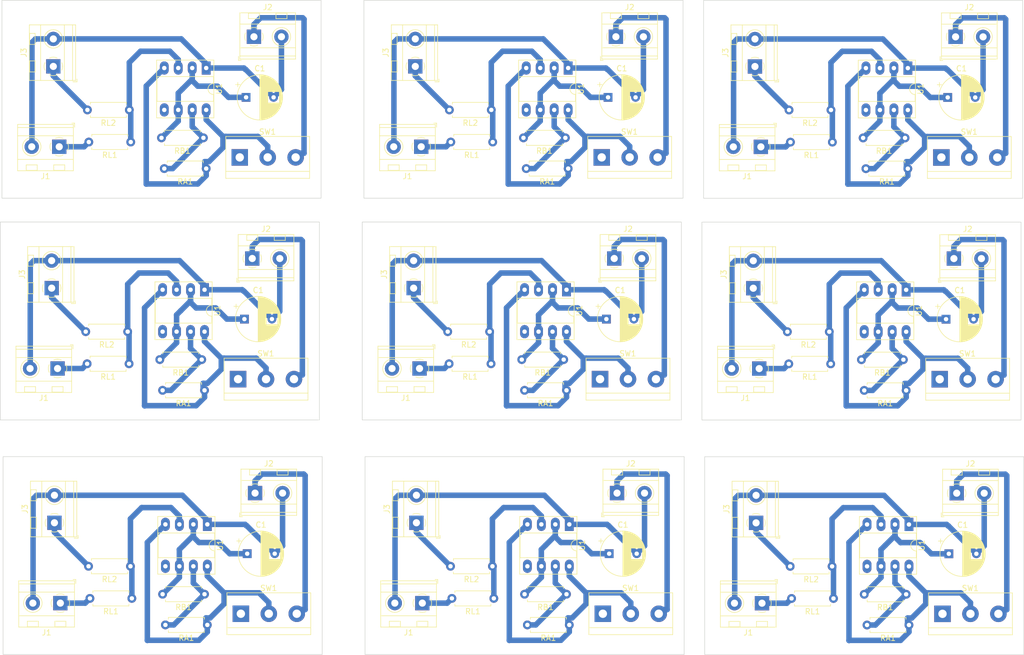
<source format=kicad_pcb>
(kicad_pcb (version 20240108) (generator "pcbnew") (generator_version "8.0")
  (layers (0 "F.Cu" signal) (31 "B.Cu" signal) (34 "B.Paste" user) (35 "F.Paste" user) (36 "B.SilkS" user "B.Silkscreen") (37 "F.SilkS" user "F.Silkscreen") (38 "B.Mask" user) (39 "F.Mask" user) (44 "Edge.Cuts" user))
  (net 0 "")
  (net 1 "GND")
  (net 2 "PATTE6")
  (net 3 "Net-(J1-Pin_1)")
  (net 4 "Net-(J2-Pin_1)")
  (net 5 "Net-(J3-Pin_1)")
  (net 6 "VCC")
  (net 7 "Net-(U1-DIS)")
  (net 8 "Net-(U1-Q)")
  (footprint "TerminalBlock:TerminalBlock_bornier-3_P5.08mm" (layer "F.Cu") (at 220.736 52.594)
    (property "Reference" "SW1")
    (property "Value" "SW_SWITCH")
  )
  (footprint "Resistor_THT:R_Axial_DIN0207_L6.3mm_D2.5mm_P7.62mm_Horizontal" (layer "F.Cu") (at 200.874 126.96 180)
    (property "Reference" "RL2")
    (property "Value" "R")
  )
  (footprint "TerminalBlock_MetzConnect:TerminalBlock_MetzConnect_Type094_RT03502HBLU_1x02_P5.00mm_Horizontal" (layer "F.Cu") (at 124.819 76.358 90)
    (property "Reference" "J3")
    (property "Value" "OUT_LED1")
  )
  (footprint "TerminalBlock_MetzConnect:TerminalBlock_MetzConnect_Type094_RT03502HBLU_1x02_P5.00mm_Horizontal" (layer "F.Cu") (at 187.93 50.661 180)
    (property "Reference" "J1")
    (property "Value" "OUT_LED2")
  )
  (footprint "Resistor_THT:R_Axial_DIN0207_L6.3mm_D2.5mm_P7.62mm_Horizontal" (layer "F.Cu") (at 200.366 84.288 180)
    (property "Reference" "RL2")
    (property "Value" "R")
  )
  (footprint "Resistor_THT:R_Axial_DIN0207_L6.3mm_D2.5mm_P7.62mm_Horizontal" (layer "F.Cu") (at 214.336 94.956 180)
    (property "Reference" "RA1")
    (property "Value" "10k")
  )
  (footprint "Resistor_THT:R_Axial_DIN0207_L6.3mm_D2.5mm_P7.62mm_Horizontal" (layer "F.Cu") (at 213.828 89.368 180)
    (property "Reference" "RB1")
    (property "Value" "2k")
  )
  (footprint "Capacitor_THT:CP_Radial_D8.0mm_P5.00mm" (layer "F.Cu") (at 221.585349 82.002)
    (property "Reference" "C1")
    (property "Value" "C_Polarized")
  )
  (footprint "Resistor_THT:R_Axial_DIN0207_L6.3mm_D2.5mm_P7.62mm_Horizontal" (layer "F.Cu") (at 73.152 43.942 180)
    (property "Reference" "RL2")
    (property "Value" "R")
  )
  (footprint "Package_DIP:DIP-8_W7.62mm_Socket_LongPads" (layer "F.Cu") (at 86.818 76.652 -90)
    (property "Reference" "U1")
    (property "Value" "LM555xM")
  )
  (footprint "Resistor_THT:R_Axial_DIN0207_L6.3mm_D2.5mm_P7.62mm_Horizontal" (layer "F.Cu") (at 138.938 43.942 180)
    (property "Reference" "RL2")
    (property "Value" "R")
  )
  (footprint "Capacitor_THT:CP_Radial_D8.0mm_P5.00mm" (layer "F.Cu") (at 94.575349 124.658)
    (property "Reference" "C1")
    (property "Value" "C_Polarized")
  )
  (footprint "Capacitor_THT:CP_Radial_D8.0mm_P5.00mm" (layer "F.Cu") (at 94.067349 81.986)
    (property "Reference" "C1")
    (property "Value" "C_Polarized")
  )
  (footprint "TerminalBlock_MetzConnect:TerminalBlock_MetzConnect_Type094_RT03502HBLU_1x02_P5.00mm_Horizontal" (layer "F.Cu") (at 126.198 50.645 180)
    (property "Reference" "J1")
    (property "Value" "OUT_LED2")
  )
  (footprint "Package_DIP:DIP-8_W7.62mm_Socket_LongPads" (layer "F.Cu") (at 214.336 76.668 -90)
    (property "Reference" "U1")
    (property "Value" "LM555xM")
  )
  (footprint "Resistor_THT:R_Axial_DIN0207_L6.3mm_D2.5mm_P7.62mm_Horizontal" (layer "F.Cu") (at 214.844 137.628 180)
    (property "Reference" "RA1")
    (property "Value" "10k")
  )
  (footprint "Resistor_THT:R_Axial_DIN0207_L6.3mm_D2.5mm_P7.62mm_Horizontal" (layer "F.Cu") (at 152.096 89.352 180)
    (property "Reference" "RB1")
    (property "Value" "2k")
  )
  (footprint "TerminalBlock_MetzConnect:TerminalBlock_MetzConnect_Type094_RT03502HBLU_1x02_P5.00mm_Horizontal" (layer "F.Cu") (at 95.798 30.635)
    (property "Reference" "J2")
    (property "Value" "SOURCE")
  )
  (footprint "TerminalBlock_MetzConnect:TerminalBlock_MetzConnect_Type094_RT03502HBLU_1x02_P5.00mm_Horizontal" (layer "F.Cu") (at 161.788 113.637)
    (property "Reference" "J2")
    (property "Value" "SOURCE")
  )
  (footprint "Capacitor_THT:CP_Radial_D8.0mm_P5.00mm" (layer "F.Cu") (at 160.157349 41.656)
    (property "Reference" "C1")
    (property "Value" "C_Polarized")
  )
  (footprint "Resistor_THT:R_Axial_DIN0207_L6.3mm_D2.5mm_P7.62mm_Horizontal" (layer "F.Cu") (at 214.64 54.626 180)
    (property "Reference" "RA1")
    (property "Value" "10k")
  )
  (footprint "Package_DIP:DIP-8_W7.62mm_Socket_LongPads" (layer "F.Cu") (at 152.908 36.322 -90)
    (property "Reference" "U1")
    (property "Value" "LM555xM")
  )
  (footprint "TerminalBlock_MetzConnect:TerminalBlock_MetzConnect_Type094_RT03502HBLU_1x02_P5.00mm_Horizontal" (layer "F.Cu") (at 95.494 70.965)
    (property "Reference" "J2")
    (property "Value" "SOURCE")
  )
  (footprint "Resistor_THT:R_Axial_DIN0207_L6.3mm_D2.5mm_P7.62mm_Horizontal" (layer "F.Cu") (at 152.4 49.022 180)
    (property "Reference" "RB1")
    (property "Value" "2k")
  )
  (footprint "TerminalBlock_MetzConnect:TerminalBlock_MetzConnect_Type094_RT03502HBLU_1x02_P5.00mm_Horizontal" (layer "F.Cu") (at 59.337 36.028 90)
    (property "Reference" "J3")
    (property "Value" "OUT_LED1")
  )
  (footprint "Package_DIP:DIP-8_W7.62mm_Socket_LongPads" (layer "F.Cu") (at 87.326 119.324 -90)
    (property "Reference" "U1")
    (property "Value" "LM555xM")
  )
  (footprint "Resistor_THT:R_Axial_DIN0207_L6.3mm_D2.5mm_P7.62mm_Horizontal" (layer "F.Cu") (at 139.192 49.784 180)
    (property "Reference" "RL1")
    (property "Value" "R")
  )
  (footprint "Resistor_THT:R_Axial_DIN0207_L6.3mm_D2.5mm_P7.62mm_Horizontal" (layer "F.Cu") (at 139.142 126.944 180)
    (property "Reference" "RL2")
    (property "Value" "R")
  )
  (footprint "Resistor_THT:R_Axial_DIN0207_L6.3mm_D2.5mm_P7.62mm_Horizontal" (layer "F.Cu") (at 87.122 54.61 180)
    (property "Reference" "RA1")
    (property "Value" "10k")
  )
  (footprint "TerminalBlock_MetzConnect:TerminalBlock_MetzConnect_Type094_RT03502HBLU_1x02_P5.00mm_Horizontal" (layer "F.Cu") (at 60.616 133.647 180)
    (property "Reference" "J1")
    (property "Value" "OUT_LED2")
  )
  (footprint "Resistor_THT:R_Axial_DIN0207_L6.3mm_D2.5mm_P7.62mm_Horizontal" (layer "F.Cu") (at 201.128 132.802 180)
    (property "Reference" "RL1")
    (property "Value" "R")
  )
  (footprint "TerminalBlock_MetzConnect:TerminalBlock_MetzConnect_Type094_RT03502HBLU_1x02_P5.00mm_Horizontal" (layer "F.Cu") (at 186.855 36.044 90)
    (property "Reference" "J3")
    (property "Value" "OUT_LED1")
  )
  (footprint "Resistor_THT:R_Axial_DIN0207_L6.3mm_D2.5mm_P7.62mm_Horizontal" (layer "F.Cu") (at 73.406 49.784 180)
    (property "Reference" "RL1")
    (property "Value" "R")
  )
  (footprint "TerminalBlock_MetzConnect:TerminalBlock_MetzConnect_Type094_RT03502HBLU_1x02_P5.00mm_Horizontal" (layer "F.Cu") (at 187.059 119.046 90)
    (property "Reference" "J3")
    (property "Value" "OUT_LED1")
  )
  (footprint "TerminalBlock:TerminalBlock_bornier-3_P5.08mm" (layer "F.Cu") (at 93.422 135.58)
    (property "Reference" "SW1")
    (property "Value" "SW_SWITCH")
  )
  (footprint "TerminalBlock_MetzConnect:TerminalBlock_MetzConnect_Type094_RT03502HBLU_1x02_P5.00mm_Horizontal" (layer "F.Cu") (at 60.412 50.645 180)
    (property "Reference" "J1")
    (property "Value" "OUT_LED2")
  )
  (footprint "TerminalBlock_MetzConnect:TerminalBlock_MetzConnect_Type094_RT03502HBLU_1x02_P5.00mm_Horizontal" (layer "F.Cu") (at 125.327 119.03 90)
    (property "Reference" "J3")
    (property "Value" "OUT_LED1")
  )
  (footprint "Resistor_THT:R_Axial_DIN0207_L6.3mm_D2.5mm_P7.62mm_Horizontal" (layer "F.Cu") (at 214.336 132.04 180)
    (property "Reference" "RB1")
    (property "Value" "2k")
  )
  (footprint "TerminalBlock:TerminalBlock_bornier-3_P5.08mm" (layer "F.Cu") (at 220.94 135.596)
    (property "Reference" "SW1")
    (property "Value" "SW_SWITCH")
  )
  (footprint "Resistor_THT:R_Axial_DIN0207_L6.3mm_D2.5mm_P7.62mm_Horizontal" (layer "F.Cu") (at 200.67 43.958 180)
    (property "Reference" "RL2")
    (property "Value" "R")
  )
  (footprint "Capacitor_THT:CP_Radial_D8.0mm_P5.00mm" (layer "F.Cu") (at 159.853349 81.986)
    (property "Reference" "C1")
    (property "Value" "C_Polarized")
  )
  (footprint "Package_DIP:DIP-8_W7.62mm_Socket_LongPads" (layer "F.Cu") (at 87.122 36.322 -90)
    (property "Reference" "U1")
    (property "Value" "LM555xM")
  )
  (footprint "Resistor_THT:R_Axial_DIN0207_L6.3mm_D2.5mm_P7.62mm_Horizontal" (layer "F.Cu") (at 87.326 137.612 180)
    (property "Reference" "RA1")
    (property "Value" "10k")
  )
  (footprint "Resistor_THT:R_Axial_DIN0207_L6.3mm_D2.5mm_P7.62mm_Horizontal" (layer "F.Cu") (at 138.888 90.114 180)
    (property "Reference" "RL1")
    (property "Value" "R")
  )
  (footprint "TerminalBlock:TerminalBlock_bornier-3_P5.08mm" (layer "F.Cu") (at 159.208 135.58)
    (property "Reference" "SW1")
    (property "Value" "SW_SWITCH")
  )
  (footprint "Package_DIP:DIP-8_W7.62mm_Socket_LongPads" (layer "F.Cu") (at 153.112 119.324 -90)
    (property "Reference" "U1")
    (property "Value" "LM555xM")
  )
  (footprint "Resistor_THT:R_Axial_DIN0207_L6.3mm_D2.5mm_P7.62mm_Horizontal" (layer "F.Cu") (at 86.818 94.94 180)
    (property "Reference" "RA1")
    (property "Value" "10k")
  )
  (footprint "Resistor_THT:R_Axial_DIN0207_L6.3mm_D2.5mm_P7.62mm_Horizontal" (layer "F.Cu") (at 139.396 132.786 180)
    (property "Reference" "RL1")
    (property "Value" "R")
  )
  (footprint "Capacitor_THT:CP_Radial_D8.0mm_P5.00mm" (layer "F.Cu") (at 222.093349 124.674)
    (property "Reference" "C1")
    (property "Value" "C_Polarized")
  )
  (footprint "TerminalBlock_MetzConnect:TerminalBlock_MetzConnect_Type094_RT03502HBLU_1x02_P5.00mm_Horizontal" (layer "F.Cu") (at 60.108 90.975 180)
    (property "Reference" "J1")
    (property "Value" "OUT_LED2")
  )
  (footprint "Resistor_THT:R_Axial_DIN0207_L6.3mm_D2.5mm_P7.62mm_Horizontal" (layer "F.Cu") (at 73.61 132.786 180)
    (property "Reference" "RL1")
    (property "Value" "R")
  )
  (footprint "TerminalBlock_MetzConnect:TerminalBlock_MetzConnect_Type094_RT03502HBLU_1x02_P5.00mm_Horizontal" (layer "F.Cu") (at 188.134 133.663 180)
    (property "Reference" "J1")
    (property "Value" "OUT_LED2")
  )
  (footprint "TerminalBlock:TerminalBlock_bornier-3_P5.08mm" (layer "F.Cu") (at 159.004 52.578)
    (property "Reference" "SW1")
    (property "Value" "SW_SWITCH")
  )
  (footprint "TerminalBlock_MetzConnect:TerminalBlock_MetzConnect_Type094_RT03502HBLU_1x02_P5.00mm_Horizontal" (layer "F.Cu") (at 125.894 90.975 180)
    (property "Reference" "J1")
    (property "Value" "OUT_LED2")
  )
  (footprint "Resistor_THT:R_Axial_DIN0207_L6.3mm_D2.5mm_P7.62mm_Horizontal" (layer "F.Cu") (at 153.112 137.612 180)
    (property "Reference" "RA1")
    (property "Value" "10k")
  )
  (footprint "Resistor_THT:R_Axial_DIN0207_L6.3mm_D2.5mm_P7.62mm_Horizontal" (layer "F.Cu") (at 200.62 90.13 180)
    (property "Reference" "RL1")
    (property "Value" "R")
  )
  (footprint "TerminalBlock:TerminalBlock_bornier-3_P5.08mm" (layer "F.Cu") (at 220.432 92.924)
    (property "Reference" "SW1")
    (property "Value" "SW_SWITCH")
  )
  (footprint "Resistor_THT:R_Axial_DIN0207_L6.3mm_D2.5mm_P7.62mm_Horizontal" (layer "F.Cu") (at 86.818 132.024 180)
    (property "Reference" "RB1")
    (property "Value" "2k")
  )
  (footprint "Resistor_THT:R_Axial_DIN0207_L6.3mm_D2.5mm_P7.62mm_Horizontal" (layer "F.Cu") (at 73.356 126.944 180)
    (property "Reference" "RL2")
    (property "Value" "R")
  )
  (footprint "Resistor_THT:R_Axial_DIN0207_L6.3mm_D2.5mm_P7.62mm_Horizontal" (layer "F.Cu") (at 72.848 84.272 180)
    (property "Reference" "RL2")
    (property "Value" "R")
  )
  (footprint "TerminalBlock:TerminalBlock_bornier-3_P5.08mm" (layer "F.Cu") (at 92.914 92.908)
    (property "Reference" "SW1")
    (property "Value" "SW_SWITCH")
  )
  (footprint "TerminalBlock_MetzConnect:TerminalBlock_MetzConnect_Type094_RT03502HBLU_1x02_P5.00mm_Horizontal" (layer "F.Cu") (at 96.002 113.637)
    (property "Reference" "J2")
    (property "Value" "SOURCE")
  )
  (footprint "Package_DIP:DIP-8_W7.62mm_Socket_LongPads" (layer "F.Cu") (at 214.844 119.34 -90)
    (property "Reference" "U1")
    (property "Value" "LM555xM")
  )
  (footprint "Resistor_THT:R_Axial_DIN0207_L6.3mm_D2.5mm_P7.62mm_Horizontal" (layer "F.Cu") (at 152.908 54.61 180)
    (property "Reference" "RA1")
    (property "Value" "10k")
  )
  (footprint "Resistor_THT:R_Axial_DIN0207_L6.3mm_D2.5mm_P7.62mm_Horizontal" (layer "F.Cu") (at 86.614 49.022 180)
    (property "Reference" "RB1")
    (property "Value" "2k")
  )
  (footprint "Resistor_THT:R_Axial_DIN0207_L6.3mm_D2.5mm_P7.62mm_Horizontal" (layer "F.Cu") (at 152.604 132.024 180)
    (property "Reference" "RB1")
    (property "Value" "2k")
  )
  (footprint "TerminalBlock_MetzConnect:TerminalBlock_MetzConnect_Type094_RT03502HBLU_1x02_P5.00mm_Horizontal" (layer "F.Cu") (at 161.28 70.965)
    (property "Reference" "J2")
    (property "Value" "SOURCE")
  )
  (footprint "TerminalBlock:TerminalBlock_bornier-3_P5.08mm" (layer "F.Cu") (at 93.218 52.578)
    (property "Reference" "SW1")
    (property "Value" "SW_SWITCH")
  )
  (footprint "Capacitor_THT:CP_Radial_D8.0mm_P5.00mm" (layer "F.Cu") (at 221.889349 41.672)
    (property "Reference" "C1")
    (property "Value" "C_Polarized")
  )
  (footprint "Resistor_THT:R_Axial_DIN0207_L6.3mm_D2.5mm_P7.62mm_Horizontal" (layer "F.Cu") (at 73.102 90.114 180)
    (property "Reference" "RL1")
    (property "Value" "R")
  )
  (footprint "TerminalBlock_MetzConnect:TerminalBlock_MetzConnect_Type094_RT03502HBLU_1x02_P5.00mm_Horizontal" (layer "F.Cu") (at 223.316 30.651)
    (property "Reference" "J2")
    (property "Value" "SOURCE")
  )
  (footprint "Resistor_THT:R_Axial_DIN0207_L6.3mm_D2.5mm_P7.62mm_Horizontal" (layer "F.Cu") (at 86.31 89.352 180)
    (property "Reference" "RB1")
    (property "Value" "2k")
  )
  (footprint "Package_DIP:DIP-8_W7.62mm_Socket_LongPads" (layer "F.Cu") (at 214.64 36.338 -90)
    (property "Reference" "U1")
    (property "Value" "LM555xM")
  )
  (footprint "TerminalBlock_MetzConnect:TerminalBlock_MetzConnect_Type094_RT03502HBLU_1x02_P5.00mm_Horizontal" (layer "F.Cu") (at 187.626 90.991 180)
    (property "Reference" "J1")
    (property "Value" "OUT_LED2")
  )
  (footprint "TerminalBlock_MetzConnect:TerminalBlock_MetzConnect_Type094_RT03502HBLU_1x02_P5.00mm_Horizontal" (layer "F.Cu") (at 223.52 113.653)
    (property "Reference" "J2")
    (property "Value" "SOURCE")
  )
  (footprint "TerminalBlock_MetzConnect:TerminalBlock_MetzConnect_Type094_RT03502HBLU_1x02_P5.00mm_Horizontal" (layer "F.Cu") (at 125.123 36.028 90)
    (property "Reference" "J3")
    (property "Value" "OUT_LED1")
  )
  (footprint "Resistor_THT:R_Axial_DIN0207_L6.3mm_D2.5mm_P7.62mm_Horizontal" (layer "F.Cu") (at 152.604 94.94 180)
    (property "Reference" "RA1")
    (property "Value" "10k")
  )
  (footprint "TerminalBlock_MetzConnect:TerminalBlock_MetzConnect_Type094_RT03502HBLU_1x02_P5.00mm_Horizontal" (layer "F.Cu") (at 223.012 70.981)
    (property "Reference" "J2")
    (property "Value" "SOURCE")
  )
  (footprint "TerminalBlock_MetzConnect:TerminalBlock_MetzConnect_Type094_RT03502HBLU_1x02_P5.00mm_Horizontal" (layer "F.Cu") (at 126.402 133.647 180)
    (property "Reference" "J1")
    (property "Value" "OUT_LED2")
  )
  (footprint "Resistor_THT:R_Axial_DIN0207_L6.3mm_D2.5mm_P7.62mm_Horizontal" (layer "F.Cu") (at 200.924 49.8 180)
    (property "Reference" "RL1")
    (property "Value" "R")
  )
  (footprint "Capacitor_THT:CP_Radial_D8.0mm_P5.00mm" (layer "F.Cu") (at 94.371349 41.656)
    (property "Reference" "C1")
    (property "Value" "C_Polarized")
  )
  (footprint "Resistor_THT:R_Axial_DIN0207_L6.3mm_D2.5mm_P7.62mm_Horizontal" (layer "F.Cu") (at 138.634 84.272 180)
    (property "Reference" "RL2")
    (property "Value" "R")
  )
  (footprint "TerminalBlock:TerminalBlock_bornier-3_P5.08mm" (layer "F.Cu") (at 158.7 92.908)
    (property "Reference" "SW1")
    (property "Value" "SW_SWITCH")
  )
  (footprint "TerminalBlock_MetzConnect:TerminalBlock_MetzConnect_Type094_RT03502HBLU_1x02_P5.00mm_Horizontal" (layer "F.Cu") (at 59.541 119.03 90)
    (property "Reference" "J3")
    (property "Value" "OUT_LED1")
  )
  (footprint "Package_DIP:DIP-8_W7.62mm_Socket_LongPads" (layer "F.Cu") (at 152.604 76.652 -90)
    (property "Reference" "U1")
    (property "Value" "LM555xM")
  )
  (footprint "TerminalBlock_MetzConnect:TerminalBlock_MetzConnect_Type094_RT03502HBLU_1x02_P5.00mm_Horizontal" (layer "F.Cu") (at 59.033 76.358 90)
    (property "Reference" "J3")
    (property "Value" "OUT_LED1")
  )
  (footprint "TerminalBlock_MetzConnect:TerminalBlock_MetzConnect_Type094_RT03502HBLU_1x02_P5.00mm_Horizontal" (layer "F.Cu") (at 161.584 30.635)
    (property "Reference" "J2")
    (property "Value" "SOURCE")
  )
  (footprint "Resistor_THT:R_Axial_DIN0207_L6.3mm_D2.5mm_P7.62mm_Horizontal" (layer "F.Cu") (at 214.132 49.038 180)
    (property "Reference" "RB1")
    (property "Value" "2k")
  )
  (footprint "Capacitor_THT:CP_Radial_D8.0mm_P5.00mm" (layer "F.Cu") (at 160.361349 124.658)
    (property "Reference" "C1")
    (property "Value" "C_Polarized")
  )
  (footprint "TerminalBlock_MetzConnect:TerminalBlock_MetzConnect_Type094_RT03502HBLU_1x02_P5.00mm_Horizontal" (layer "F.Cu") (at 186.551 76.374 90)
    (property "Reference" "J3")
    (property "Value" "OUT_LED1")
  )
  (gr_rect (start 115.786 24) (end 173.786 60) (stroke (width 0.1)) (fill none) (layer "Edge.Cuts"))
  (gr_rect (start 177.518 24.016) (end 235.518 60.016) (stroke (width 0.1)) (fill none) (layer "Edge.Cuts"))
  (gr_rect (start 177.722 107.018) (end 235.722 143.018) (stroke (width 0.1)) (fill none) (layer "Edge.Cuts"))
  (gr_rect (start 115.99 107.002) (end 173.99 143.002) (stroke (width 0.1)) (fill none) (layer "Edge.Cuts"))
  (gr_rect (start 177.214 64.346) (end 235.214 100.346) (stroke (width 0.1)) (fill none) (layer "Edge.Cuts"))
  (gr_rect (start 50 24) (end 108 60) (stroke (width 0.1)) (fill none) (layer "Edge.Cuts"))
  (gr_rect (start 50.204 107.002) (end 108.204 143.002) (stroke (width 0.1)) (fill none) (layer "Edge.Cuts"))
  (gr_rect (start 49.696 64.33) (end 107.696 100.33) (stroke (width 0.1)) (fill none) (layer "Edge.Cuts"))
  (gr_rect (start 115.482 64.33) (end 173.482 100.33) (stroke (width 0.1)) (fill none) (layer "Edge.Cuts"))
  (segment (start 166.788 123.231349) (end 165.361349 124.658) (width 1) (layer "B.Cu") (net 1))
  (segment (start 159.462 76.652) (end 152.604 76.652) (width 1) (layer "B.Cu") (net 1))
  (segment (start 124.819 71.358) (end 121.576 71.358) (width 1) (layer "B.Cu") (net 1))
  (segment (start 148.58 114.03) (end 153.112 118.562) (width 1) (layer "B.Cu") (net 1))
  (segment (start 182.666 72.016) (end 182.666 91.4) (width 1) (layer "B.Cu") (net 1))
  (segment (start 59.541 114.03) (end 56.298 114.03) (width 1) (layer "B.Cu") (net 1))
  (segment (start 82.59 31.028) (end 87.122 35.56) (width 1) (layer "B.Cu") (net 1))
  (segment (start 55.148 72) (end 55.148 91.384) (width 1) (layer "B.Cu") (net 1))
  (segment (start 59.337 31.028) (end 56.094 31.028) (width 1) (layer "B.Cu") (net 1))
  (segment (start 94.438 119.578) (end 94.184 119.324) (width 1) (layer "B.Cu") (net 1))
  (segment (start 100.494 80.559349) (end 99.067349 81.986) (width 1) (layer "B.Cu") (net 1))
  (segment (start 87.326 118.562) (end 87.326 119.324) (width 1) (layer "B.Cu") (net 1))
  (segment (start 100.494 70.965) (end 100.494 80.559349) (width 1) (layer "B.Cu") (net 1))
  (segment (start 186.855 31.044) (end 183.612 31.044) (width 1) (layer "B.Cu") (net 1))
  (segment (start 214.336 75.906) (end 214.336 76.668) (width 1) (layer "B.Cu") (net 1))
  (segment (start 94.495349 119.578) (end 94.438 119.578) (width 1) (layer "B.Cu") (net 1))
  (segment (start 148.072 71.358) (end 152.604 75.89) (width 1) (layer "B.Cu") (net 1))
  (segment (start 93.93 76.906) (end 93.676 76.652) (width 1) (layer "B.Cu") (net 1))
  (segment (start 222.013349 119.594) (end 221.956 119.594) (width 1) (layer "B.Cu") (net 1))
  (segment (start 186.855 31.044) (end 210.108 31.044) (width 1) (layer "B.Cu") (net 1))
  (segment (start 99.067349 81.986) (end 93.987349 76.906) (width 1) (layer "B.Cu") (net 1))
  (segment (start 210.312 114.046) (end 214.844 118.578) (width 1) (layer "B.Cu") (net 1))
  (segment (start 183.816 114.046) (end 183.174 114.688) (width 1) (layer "B.Cu") (net 1))
  (segment (start 228.316 30.651) (end 228.316 40.245349) (width 1) (layer "B.Cu") (net 1))
  (segment (start 93.676 76.652) (end 86.818 76.652) (width 1) (layer "B.Cu") (net 1))
  (segment (start 59.033 71.358) (end 82.286 71.358) (width 1) (layer "B.Cu") (net 1))
  (segment (start 221.194 76.668) (end 214.336 76.668) (width 1) (layer "B.Cu") (net 1))
  (segment (start 125.327 114.03) (end 148.58 114.03) (width 1) (layer "B.Cu") (net 1))
  (segment (start 56.298 114.03) (end 55.656 114.672) (width 1) (layer "B.Cu") (net 1))
  (segment (start 100.798 40.229349) (end 99.371349 41.656) (width 1) (layer "B.Cu") (net 1))
  (segment (start 221.448 76.922) (end 221.194 76.668) (width 1) (layer "B.Cu") (net 1))
  (segment (start 99.575349 124.658) (end 94.495349 119.578) (width 1) (layer "B.Cu") (net 1))
  (segment (start 94.184 119.324) (end 87.326 119.324) (width 1) (layer "B.Cu") (net 1))
  (segment (start 87.122 35.56) (end 87.122 36.322) (width 1) (layer "B.Cu") (net 1))
  (segment (start 59.337 31.028) (end 82.59 31.028) (width 1) (layer "B.Cu") (net 1))
  (segment (start 120.934 72) (end 120.934 91.384) (width 1) (layer "B.Cu") (net 1))
  (segment (start 159.766 36.322) (end 152.908 36.322) (width 1) (layer "B.Cu") (net 1))
  (segment (start 82.794 114.03) (end 87.326 118.562) (width 1) (layer "B.Cu") (net 1))
  (segment (start 221.956 119.594) (end 221.702 119.34) (width 1) (layer "B.Cu") (net 1))
  (segment (start 159.773349 76.906) (end 159.716 76.906) (width 1) (layer "B.Cu") (net 1))
  (segment (start 228.52 123.247349) (end 227.093349 124.674) (width 1) (layer "B.Cu") (net 1))
  (segment (start 166.28 70.965) (end 166.28 80.559349) (width 1) (layer "B.Cu") (net 1))
  (segment (start 228.52 113.653) (end 228.52 123.247349) (width 1) (layer "B.Cu") (net 1))
  (segment (start 226.585349 82.002) (end 221.505349 76.922) (width 1) (layer "B.Cu") (net 1))
  (segment (start 186.551 71.374) (end 183.308 71.374) (width 1) (layer "B.Cu") (net 1))
  (segment (start 121.88 31.028) (end 121.238 31.67) (width 1) (layer "B.Cu") (net 1))
  (segment (start 121.576 71.358) (end 120.934 72) (width 1) (layer "B.Cu") (net 1))
  (segment (start 101.002 113.637) (end 101.002 123.231349) (width 1) (layer "B.Cu") (net 1))
  (segment (start 165.361349 124.658) (end 160.281349 119.578) (width 1) (layer "B.Cu") (net 1))
  (segment (start 86.818 75.89) (end 86.818 76.652) (width 1) (layer "B.Cu") (net 1))
  (segment (start 159.716 76.906) (end 159.462 76.652) (width 1) (layer "B.Cu") (net 1))
  (segment (start 183.308 71.374) (end 182.666 72.016) (width 1) (layer "B.Cu") (net 1))
  (segment (start 221.498 36.338) (end 214.64 36.338) (width 1) (layer "B.Cu") (net 1))
  (segment (start 166.584 40.229349) (end 165.157349 41.656) (width 1) (layer "B.Cu") (net 1))
  (segment (start 56.094 31.028) (end 55.452 31.67) (width 1) (layer "B.Cu") (net 1))
  (segment (start 125.123 31.028) (end 121.88 31.028) (width 1) (layer "B.Cu") (net 1))
  (segment (start 186.551 71.374) (end 209.804 71.374) (width 1) (layer "B.Cu") (net 1))
  (segment (start 164.853349 81.986) (end 159.773349 76.906) (width 1) (layer "B.Cu") (net 1))
  (segment (start 99.371349 41.656) (end 94.291349 36.576) (width 1) (layer "B.Cu") (net 1))
  (segment (start 183.612 31.044) (end 182.97 31.686) (width 1) (layer "B.Cu") (net 1))
  (segment (start 228.316 40.245349) (end 226.889349 41.672) (width 1) (layer "B.Cu") (net 1))
  (segment (start 221.752 36.592) (end 221.498 36.338) (width 1) (layer "B.Cu") (net 1))
  (segment (start 59.033 71.358) (end 55.79 71.358) (width 1) (layer "B.Cu") (net 1))
  (segment (start 59.541 114.03) (end 82.794 114.03) (width 1) (layer "B.Cu") (net 1))
  (segment (start 227.093349 124.674) (end 222.013349 119.594) (width 1) (layer "B.Cu") (net 1))
  (segment (start 160.077349 36.576) (end 160.02 36.576) (width 1) (layer "B.Cu") (net 1))
  (segment (start 166.584 30.635) (end 166.584 40.229349) (width 1) (layer "B.Cu") (net 1))
  (segment (start 166.28 80.559349) (end 164.853349 81.986) (width 1) (layer "B.Cu") (net 1))
  (segment (start 125.123 31.028) (end 148.376 31.028) (width 1) (layer "B.Cu") (net 1))
  (segment (start 55.79 71.358) (end 55.148 72) (width 1) (layer "B.Cu") (net 1))
  (segment (start 121.238 31.67) (end 121.238 51.054) (width 1) (layer "B.Cu") (net 1))
  (segment (start 55.656 114.672) (end 55.656 134.056) (width 1) (layer "B.Cu") (net 1))
  (segment (start 152.908 35.56) (end 152.908 36.322) (width 1) (layer "B.Cu") (net 1))
  (segment (start 100.798 30.635) (end 100.798 40.229349) (width 1) (layer "B.Cu") (net 1))
  (segment (start 148.376 31.028) (end 152.908 35.56) (width 1) (layer "B.Cu") (net 1))
  (segment (start 160.02 36.576) (end 159.766 36.322) (width 1) (layer "B.Cu") (net 1))
  (segment (start 182.97 31.686) (end 182.97 51.07) (width 1) (layer "B.Cu") (net 1))
  (segment (start 125.327 114.03) (end 122.084 114.03) (width 1) (layer "B.Cu") (net 1))
  (segment (start 226.889349 41.672) (end 221.809349 36.592) (width 1) (layer "B.Cu") (net 1))
  (segment (start 221.702 119.34) (end 214.844 119.34) (width 1) (layer "B.Cu") (net 1))
  (segment (start 160.224 119.578) (end 159.97 119.324) (width 1) (layer "B.Cu") (net 1))
  (segment (start 121.442 114.672) (end 121.442 134.056) (width 1) (layer "B.Cu") (net 1))
  (segment (start 122.084 114.03) (end 121.442 114.672) (width 1) (layer "B.Cu") (net 1))
  (segment (start 152.604 75.89) (end 152.604 76.652) (width 1) (layer "B.Cu") (net 1))
  (segment (start 93.987349 76.906) (end 93.93 76.906) (width 1) (layer "B.Cu") (net 1))
  (segment (start 94.291349 36.576) (end 94.234 36.576) (width 1) (layer "B.Cu") (net 1))
  (segment (start 94.234 36.576) (end 93.98 36.322) (width 1) (layer "B.Cu") (net 1))
  (segment (start 166.788 113.637) (end 166.788 123.231349) (width 1) (layer "B.Cu") (net 1))
  (segment (start 159.97 119.324) (end 153.112 119.324) (width 1) (layer "B.Cu") (net 1))
  (segment (start 209.804 71.374) (end 214.336 75.906) (width 1) (layer "B.Cu") (net 1))
  (segment (start 221.505349 76.922) (end 221.448 76.922) (width 1) (layer "B.Cu") (net 1))
  (segment (start 187.059 114.046) (end 210.312 114.046) (width 1) (layer "B.Cu") (net 1))
  (segment (start 93.98 36.322) (end 87.122 36.322) (width 1) (layer "B.Cu") (net 1))
  (segment (start 187.059 114.046) (end 183.816 114.046) (width 1) (layer "B.Cu") (net 1))
  (segment (start 210.108 31.044) (end 214.64 35.576) (width 1) (layer "B.Cu") (net 1))
  (segment (start 214.64 35.576) (end 214.64 36.338) (width 1) (layer "B.Cu") (net 1))
  (segment (start 183.174 114.688) (end 183.174 134.072) (width 1) (layer "B.Cu") (net 1))
  (segment (start 165.157349 41.656) (end 160.077349 36.576) (width 1) (layer "B.Cu") (net 1))
  (segment (start 228.012 70.981) (end 228.012 80.575349) (width 1) (layer "B.Cu") (net 1))
  (segment (start 101.002 123.231349) (end 99.575349 124.658) (width 1) (layer "B.Cu") (net 1))
  (segment (start 221.809349 36.592) (end 221.752 36.592) (width 1) (layer "B.Cu") (net 1))
  (segment (start 228.012 80.575349) (end 226.585349 82.002) (width 1) (layer "B.Cu") (net 1))
  (segment (start 82.286 71.358) (end 86.818 75.89) (width 1) (layer "B.Cu") (net 1))
  (segment (start 160.281349 119.578) (end 160.224 119.578) (width 1) (layer "B.Cu") (net 1))
  (segment (start 153.112 118.562) (end 153.112 119.324) (width 1) (layer "B.Cu") (net 1))
  (segment (start 214.844 118.578) (end 214.844 119.34) (width 1) (layer "B.Cu") (net 1))
  (segment (start 55.452 31.67) (end 55.452 51.054) (width 1) (layer "B.Cu") (net 1))
  (segment (start 124.819 71.358) (end 148.072 71.358) (width 1) (layer "B.Cu") (net 1))
  (segment (start 160.361349 124.658) (end 157.176 124.658) (width 1) (layer "B.Cu") (net 2))
  (segment (start 88.85 79.954) (end 85.294 79.954) (width 1) (layer "B.Cu") (net 2))
  (segment (start 156.668 81.986) (end 154.636 79.954) (width 1) (layer "B.Cu") (net 2))
  (segment (start 212.1 38.37) (end 212.1 37.862) (width 1) (layer "B.Cu") (net 2))
  (segment (start 82.042 43.942) (end 82.042 40.894) (width 1) (layer "B.Cu") (net 2))
  (segment (start 156.972 41.656) (end 154.94 39.624) (width 1) (layer "B.Cu") (net 2))
  (segment (start 210.526 123.15) (end 212.304 121.372) (width 1) (layer "B.Cu") (net 2))
  (segment (start 81.738 81.224) (end 82.5 80.462) (width 1) (layer "B.Cu") (net 2))
  (segment (start 148.032 128.976) (end 144.984 132.024) (width 1) (layer "B.Cu") (net 2))
  (segment (start 84.786 121.61) (end 84.786 121.356) (width 1) (layer "B.Cu") (net 2))
  (segment (start 148.032 126.944) (end 148.032 123.896) (width 1) (layer "B.Cu") (net 2))
  (segment (start 147.828 43.942) (end 147.828 40.894) (width 1) (layer "B.Cu") (net 2))
  (segment (start 218.908 124.674) (end 216.876 122.642) (width 1) (layer "B.Cu") (net 2))
  (segment (start 211.796 78.954) (end 212.812 79.97) (width 1) (layer "B.Cu") (net 2))
  (segment (start 154.636 79.954) (end 151.08 79.954) (width 1) (layer "B.Cu") (net 2))
  (segment (start 211.796 78.7) (end 211.796 78.192) (width 1) (layer "B.Cu") (net 2))
  (segment (start 84.582 38.608) (end 84.582 38.354) (width 1) (layer "B.Cu") (net 2))
  (segment (start 209.56 40.91) (end 210.322 40.148) (width 1) (layer "B.Cu") (net 2))
  (segment (start 84.278 78.938) (end 84.278 78.684) (width 1) (layer "B.Cu") (net 2))
  (segment (start 216.368 79.97) (end 212.812 79.97) (width 1) (layer "B.Cu") (net 2))
  (segment (start 209.56 43.958) (end 209.56 40.91) (width 1) (layer "B.Cu") (net 2))
  (segment (start 212.1 38.624) (end 213.116 39.64) (width 1) (layer "B.Cu") (net 2))
  (segment (start 84.278 78.684) (end 84.278 78.176) (width 1) (layer "B.Cu") (net 2))
  (segment (start 89.154 39.624) (end 85.598 39.624) (width 1) (layer "B.Cu") (net 2))
  (segment (start 147.828 45.974) (end 144.78 49.022) (width 1) (layer "B.Cu") (net 2))
  (segment (start 82.042 45.974) (end 78.994 49.022) (width 1) (layer "B.Cu") (net 2))
  (segment (start 81.738 84.272) (end 81.738 86.304) (width 1) (layer "B.Cu") (net 2))
  (segment (start 91.39 124.658) (end 89.358 122.626) (width 1) (layer "B.Cu") (net 2))
  (segment (start 150.064 78.938) (end 150.064 78.684) (width 1) (layer "B.Cu") (net 2))
  (segment (start 160.157349 41.656) (end 156.972 41.656) (width 1) (layer "B.Cu") (net 2))
  (segment (start 94.371349 41.656) (end 91.186 41.656) (width 1) (layer "B.Cu") (net 2))
  (segment (start 148.032 126.944) (end 148.032 128.976) (width 1) (layer "B.Cu") (net 2))
  (segment (start 212.304 121.626) (end 213.32 122.642) (width 1) (layer "B.Cu") (net 2))
  (segment (start 150.368 37.846) (end 150.368 36.322) (width 1) (layer "B.Cu") (net 2))
  (segment (start 212.304 121.372) (end 212.304 120.864) (width 1) (layer "B.Cu") (net 2))
  (segment (start 157.176 124.658) (end 155.144 122.626) (width 1) (layer "B.Cu") (net 2))
  (segment (start 81.738 84.272) (end 81.738 81.224) (width 1) (layer "B.Cu") (net 2))
  (segment (start 150.368 38.608) (end 151.384 39.624) (width 1) (layer "B.Cu") (net 2))
  (segment (start 148.794 123.134) (end 150.572 121.356) (width 1) (layer "B.Cu") (net 2))
  (segment (start 82.5 80.462) (end 84.278 78.684) (width 1) (layer "B.Cu") (net 2))
  (segment (start 147.524 84.272) (end 147.524 81.224) (width 1) (layer "B.Cu") (net 2))
  (segment (start 212.1 38.624) (end 212.1 38.37) (width 1) (layer "B.Cu") (net 2))
  (segment (start 221.889349 41.672) (end 218.704 41.672) (width 1) (layer "B.Cu") (net 2))
  (segment (start 150.368 38.608) (end 150.368 38.354) (width 1) (layer "B.Cu") (net 2))
  (segment (start 216.876 122.642) (end 213.32 122.642) (width 1) (layer "B.Cu") (net 2))
  (segment (start 84.786 121.61) (end 85.802 122.626) (width 1) (layer "B.Cu") (net 2))
  (segment (start 212.304 121.626) (end 212.304 121.372) (width 1) (layer "B.Cu") (net 2))
  (segment (start 82.246 126.944) (end 82.246 128.976) (width 1) (layer "B.Cu") (net 2))
  (segment (start 209.764 126.96) (end 209.764 128.992) (width 1) (layer "B.Cu") (net 2))
  (segment (start 84.786 120.848) (end 84.786 119.324) (width 1) (layer "B.Cu") (net 2))
  (segment (start 147.828 43.942) (end 147.828 45.974) (width 1) (layer "B.Cu") (net 2))
  (segment (start 209.764 128.992) (end 206.716 132.04) (width 1) (layer "B.Cu") (net 2))
  (segment (start 94.067349 81.986) (end 90.882 81.986) (width 1) (layer "B.Cu") (net 2))
  (segment (start 94.575349 124.658) (end 91.39 124.658) (width 1) (layer "B.Cu") (net 2))
  (segment (start 150.064 78.176) (end 150.064 76.652) (width 1) (layer "B.Cu") (net 2))
  (segment (start 147.828 40.894) (end 148.59 40.132) (width 1) (layer "B.Cu") (net 2))
  (segment (start 221.585349 82.002) (end 218.4 82.002) (width 1) (layer "B.Cu") (net 2))
  (segment (start 91.186 41.656) (end 89.154 39.624) (width 1) (layer "B.Cu") (net 2))
  (segment (start 82.246 123.896) (end 83.008 123.134) (width 1) (layer "B.Cu") (net 2))
  (segment (start 212.304 120.864) (end 212.304 119.34) (width 1) (layer "B.Cu") (net 2))
  (segment (start 159.853349 81.986) (end 156.668 81.986) (width 1) (layer "B.Cu") (net 2))
  (segment (start 155.144 122.626) (end 151.588 122.626) (width 1) (layer "B.Cu") (net 2))
  (segment (start 211.796 78.192) (end 211.796 76.668) (width 1) (layer "B.Cu") (net 2))
  (segment (start 83.008 123.134) (end 84.786 121.356) (width 1) (layer "B.Cu") (net 2))
  (segment (start 212.1 37.862) (end 212.1 36.338) (width 1) (layer "B.Cu") (net 2))
  (segment (start 209.56 45.99) (end 206.512 49.038) (width 1) (layer "B.Cu") (net 2))
  (segment (start 216.672 39.64) (end 213.116 39.64) (width 1) (layer "B.Cu") (net 2))
  (segment (start 82.042 43.942) (end 82.042 45.974) (width 1) (layer "B.Cu") (net 2))
  (segment (start 209.256 84.288) (end 209.256 86.32) (width 1) (layer "B.Cu") (net 2))
  (segment (start 148.032 123.896) (end 148.794 123.134) (width 1) (layer "B.Cu") (net 2))
  (segment (start 211.796 78.954) (end 211.796 78.7) (width 1) (layer "B.Cu") (net 2))
  (segment (start 147.524 81.224) (end 148.286 80.462) (width 1) (layer "B.Cu") (net 2))
  (segment (start 209.256 81.24) (end 210.018 80.478) (width 1) (layer "B.Cu") (net 2))
  (segment (start 218.4 82.002) (end 216.368 79.97) (width 1) (layer "B.Cu") (net 2))
  (segment (start 84.582 38.354) (end 84.582 37.846) (width 1) (layer "B.Cu") (net 2))
  (segment (start 150.572 121.61) (end 150.572 121.356) (width 1) (layer "B.Cu") (net 2))
  (segment (start 210.322 40.148) (end 212.1 38.37) (width 1) (layer "B.Cu") (net 2))
  (segment (start 150.064 78.938) (end 151.08 79.954) (width 1) (layer "B.Cu") (net 2))
  (segment (start 150.064 78.684) (end 150.064 78.176) (width 1) (layer "B.Cu") (net 2))
  (segment (start 218.704 41.672) (end 216.672 39.64) (width 1) (layer "B.Cu") (net 2))
  (segment (start 150.368 38.354) (end 150.368 37.846) (width 1) (layer "B.Cu") (net 2))
  (segment (start 148.59 40.132) (end 150.368 38.354) (width 1) (layer "B.Cu") (net 2))
  (segment (start 209.256 84.288) (end 209.256 81.24) (width 1) (layer "B.Cu") (net 2))
  (segment (start 209.56 43.958) (end 209.56 45.99) (width 1) (layer "B.Cu") (net 2))
  (segment (start 147.524 86.304) (end 144.476 89.352) (width 1) (layer "B.Cu") (net 2))
  (segment (start 222.093349 124.674) (end 218.908 124.674) (width 1) (layer "B.Cu") (net 2))
  (segment (start 84.582 37.846) (end 84.582 36.322) (width 1) (layer "B.Cu") (net 2))
  (segment (start 84.278 78.938) (end 85.294 79.954) (width 1) (layer "B.Cu") (net 2))
  (segment (start 209.256 86.32) (end 206.208 89.368) (width 1) (layer "B.Cu") (net 2))
  (segment (start 82.246 126.944) (end 82.246 123.896) (width 1) (layer "B.Cu") (net 2))
  (segment (start 148.286 80.462) (end 150.064 78.684) (width 1) (layer "B.Cu") (net 2))
  (segment (start 150.572 120.848) (end 150.572 119.324) (width 1) (layer "B.Cu") (net 2))
  (segment (start 210.018 80.478) (end 211.796 78.7) (width 1) (layer "B.Cu") (net 2))
  (segment (start 150.572 121.61) (end 151.588 122.626) (width 1) (layer "B.Cu") (net 2))
  (segment (start 82.246 128.976) (end 79.198 132.024) (width 1) (layer "B.Cu") (net 2))
  (segment (start 147.524 84.272) (end 147.524 86.304) (width 1) (layer "B.Cu") (net 2))
  (segment (start 84.582 38.608) (end 85.598 39.624) (width 1) (layer "B.Cu") (net 2))
  (segment (start 84.786 121.356) (end 84.786 120.848) (width 1) (layer "B.Cu") (net 2))
  (segment (start 209.764 123.912) (end 210.526 123.15) (width 1) (layer "B.Cu") (net 2))
  (segment (start 154.94 39.624) (end 151.384 39.624) (width 1) (layer "B.Cu") (net 2))
  (segment (start 150.572 121.356) (end 150.572 120.848) (width 1) (layer "B.Cu") (net 2))
  (segment (start 82.804 40.132) (end 84.582 38.354) (width 1) (layer "B.Cu") (net 2))
  (segment (start 90.882 81.986) (end 88.85 79.954) (width 1) (layer "B.Cu") (net 2))
  (segment (start 81.738 86.304) (end 78.69 89.352) (width 1) (layer "B.Cu") (net 2))
  (segment (start 84.278 78.176) (end 84.278 76.652) (width 1) (layer "B.Cu") (net 2))
  (segment (start 82.042 40.894) (end 82.804 40.132) (width 1) (layer "B.Cu") (net 2))
  (segment (start 209.764 126.96) (end 209.764 123.912) (width 1) (layer "B.Cu") (net 2))
  (segment (start 89.358 122.626) (end 85.802 122.626) (width 1) (layer "B.Cu") (net 2))
  (segment (start 60.412 50.645) (end 64.925 50.645) (width 1) (layer "B.Cu") (net 3))
  (segment (start 60.616 133.647) (end 65.129 133.647) (width 1) (layer "B.Cu") (net 3))
  (segment (start 65.129 133.647) (end 65.99 132.786) (width 1) (layer "B.Cu") (net 3))
  (segment (start 125.894 90.975) (end 130.407 90.975) (width 1) (layer "B.Cu") (net 3))
  (segment (start 192.443 50.661) (end 193.304 49.8) (width 1) (layer "B.Cu") (net 3))
  (segment (start 192.647 133.663) (end 193.508 132.802) (width 1) (layer "B.Cu") (net 3))
  (segment (start 130.915 133.647) (end 131.776 132.786) (width 1) (layer "B.Cu") (net 3))
  (segment (start 130.711 50.645) (end 131.572 49.784) (width 1) (layer "B.Cu") (net 3))
  (segment (start 130.407 90.975) (end 131.268 90.114) (width 1) (layer "B.Cu") (net 3))
  (segment (start 60.108 90.975) (end 64.621 90.975) (width 1) (layer "B.Cu") (net 3))
  (segment (start 188.134 133.663) (end 192.647 133.663) (width 1) (layer "B.Cu") (net 3))
  (segment (start 126.402 133.647) (end 130.915 133.647) (width 1) (layer "B.Cu") (net 3))
  (segment (start 64.621 90.975) (end 65.482 90.114) (width 1) (layer "B.Cu") (net 3))
  (segment (start 64.925 50.645) (end 65.786 49.784) (width 1) (layer "B.Cu") (net 3))
  (segment (start 192.139 90.991) (end 193 90.13) (width 1) (layer "B.Cu") (net 3))
  (segment (start 187.626 90.991) (end 192.139 90.991) (width 1) (layer "B.Cu") (net 3))
  (segment (start 187.93 50.661) (end 192.443 50.661) (width 1) (layer "B.Cu") (net 3))
  (segment (start 126.198 50.645) (end 130.711 50.645) (width 1) (layer "B.Cu") (net 3))
  (segment (start 231.658 51.832) (end 230.896 52.594) (width 1) (layer "B.Cu") (net 4))
  (segment (start 231.862 67.524) (end 232.116 67.778) (width 1) (layer "B.Cu") (net 4))
  (segment (start 161.584 28.408) (end 162.814 27.178) (width 1) (layer "B.Cu") (net 4))
  (segment (start 231.862 134.834) (end 231.1 135.596) (width 1) (layer "B.Cu") (net 4))
  (segment (start 95.494 70.965) (end 95.494 68.738) (width 1) (layer "B.Cu") (net 4))
  (segment (start 232.42 51.832) (end 231.658 51.832) (width 1) (layer "B.Cu") (net 4))
  (segment (start 170.892 110.434) (end 170.892 134.818) (width 1) (layer "B.Cu") (net 4))
  (segment (start 232.166 27.194) (end 232.42 27.448) (width 1) (layer "B.Cu") (net 4))
  (segment (start 95.798 28.408) (end 97.028 27.178) (width 1) (layer "B.Cu") (net 4))
  (segment (start 97.232 110.18) (end 104.852 110.18) (width 1) (layer "B.Cu") (net 4))
  (segment (start 161.28 70.965) (end 161.28 68.738) (width 1) (layer "B.Cu") (net 4))
  (segment (start 231.354 92.162) (end 230.592 92.924) (width 1) (layer "B.Cu") (net 4))
  (segment (start 224.546 27.194) (end 232.166 27.194) (width 1) (layer "B.Cu") (net 4))
  (segment (start 105.106 134.818) (end 104.344 134.818) (width 1) (layer "B.Cu") (net 4))
  (segment (start 232.116 92.162) (end 231.354 92.162) (width 1) (layer "B.Cu") (net 4))
  (segment (start 232.42 27.448) (end 232.42 51.832) (width 1) (layer "B.Cu") (net 4))
  (segment (start 170.384 67.762) (end 170.384 92.146) (width 1) (layer "B.Cu") (net 4))
  (segment (start 169.622 92.146) (end 168.86 92.908) (width 1) (layer "B.Cu") (net 4))
  (segment (start 95.494 68.738) (end 96.724 67.508) (width 1) (layer "B.Cu") (net 4))
  (segment (start 162.51 67.508) (end 170.13 67.508) (width 1) (layer "B.Cu") (net 4))
  (segment (start 170.13 67.508) (end 170.384 67.762) (width 1) (layer "B.Cu") (net 4))
  (segment (start 163.018 110.18) (end 170.638 110.18) (width 1) (layer "B.Cu") (net 4))
  (segment (start 161.788 113.637) (end 161.788 111.41) (width 1) (layer "B.Cu") (net 4))
  (segment (start 170.688 51.816) (end 169.926 51.816) (width 1) (layer "B.Cu") (net 4))
  (segment (start 95.798 30.635) (end 95.798 28.408) (width 1) (layer "B.Cu") (net 4))
  (segment (start 223.52 113.653) (end 223.52 111.426) (width 1) (layer "B.Cu") (net 4))
  (segment (start 104.344 67.508) (end 104.598 67.762) (width 1) (layer "B.Cu") (net 4))
  (segment (start 104.344 134.818) (end 103.582 135.58) (width 1) (layer "B.Cu") (net 4))
  (segment (start 232.37 110.196) (end 232.624 110.45) (width 1) (layer "B.Cu") (net 4))
  (segment (start 161.584 30.635) (end 161.584 28.408) (width 1) (layer "B.Cu") (net 4))
  (segment (start 161.788 111.41) (end 163.018 110.18) (width 1) (layer "B.Cu") (net 4))
  (segment (start 104.902 51.816) (end 104.14 51.816) (width 1) (layer "B.Cu") (net 4))
  (segment (start 224.75 110.196) (end 232.37 110.196) (width 1) (layer "B.Cu") (net 4))
  (segment (start 104.902 27.432) (end 104.902 51.816) (width 1) (layer "B.Cu") (net 4))
  (segment (start 162.814 27.178) (end 170.434 27.178) (width 1) (layer "B.Cu") (net 4))
  (segment (start 96.724 67.508) (end 104.344 67.508) (width 1) (layer "B.Cu") (net 4))
  (segment (start 223.316 30.651) (end 223.316 28.424) (width 1) (layer "B.Cu") (net 4))
  (segment (start 104.14 51.816) (end 103.378 52.578) (width 1) (layer "B.Cu") (net 4))
  (segment (start 104.648 27.178) (end 104.902 27.432) (width 1) (layer "B.Cu") (net 4))
  (segment (start 223.52 111.426) (end 224.75 110.196) (width 1) (layer "B.Cu") (net 4))
  (segment (start 103.836 92.146) (end 103.074 92.908) (width 1) (layer "B.Cu") (net 4))
  (segment (start 105.106 110.434) (end 105.106 134.818) (width 1) (layer "B.Cu") (net 4))
  (segment (start 170.384 92.146) (end 169.622 92.146) (width 1) (layer "B.Cu") (net 4))
  (segment (start 104.598 92.146) (end 103.836 92.146) (width 1) (layer "B.Cu") (net 4))
  (segment (start 223.316 28.424) (end 224.546 27.194) (width 1) (layer "B.Cu") (net 4))
  (segment (start 161.28 68.738) (end 162.51 67.508) (width 1) (layer "B.Cu") (net 4))
  (segment (start 232.624 110.45) (end 232.624 134.834) (width 1) (layer "B.Cu") (net 4))
  (segment (start 170.434 27.178) (end 170.688 27.432) (width 1) (layer "B.Cu") (net 4))
  (segment (start 232.116 67.778) (end 232.116 92.162) (width 1) (layer "B.Cu") (net 4))
  (segment (start 97.028 27.178) (end 104.648 27.178) (width 1) (layer "B.Cu") (net 4))
  (segment (start 223.012 70.981) (end 223.012 68.754) (width 1) (layer "B.Cu") (net 4))
  (segment (start 170.688 27.432) (end 170.688 51.816) (width 1) (layer "B.Cu") (net 4))
  (segment (start 224.242 67.524) (end 231.862 67.524) (width 1) (layer "B.Cu") (net 4))
  (segment (start 104.598 67.762) (end 104.598 92.146) (width 1) (layer "B.Cu") (net 4))
  (segment (start 170.892 134.818) (end 170.13 134.818) (width 1) (layer "B.Cu") (net 4))
  (segment (start 223.012 68.754) (end 224.242 67.524) (width 1) (layer "B.Cu") (net 4))
  (segment (start 170.13 134.818) (end 169.368 135.58) (width 1) (layer "B.Cu") (net 4))
  (segment (start 232.624 134.834) (end 231.862 134.834) (width 1) (layer "B.Cu") (net 4))
  (segment (start 96.002 111.41) (end 97.232 110.18) (width 1) (layer "B.Cu") (net 4))
  (segment (start 104.852 110.18) (end 105.106 110.434) (width 1) (layer "B.Cu") (net 4))
  (segment (start 170.638 110.18) (end 170.892 110.434) (width 1) (layer "B.Cu") (net 4))
  (segment (start 96.002 113.637) (end 96.002 111.41) (width 1) (layer "B.Cu") (net 4))
  (segment (start 169.926 51.816) (end 169.164 52.578) (width 1) (layer "B.Cu") (net 4))
  (segment (start 131.522 126.944) (end 125.327 120.749) (width 1) (layer "B.Cu") (net 5))
  (segment (start 131.014 84.272) (end 124.819 78.077) (width 1) (layer "B.Cu") (net 5))
  (segment (start 187.059 120.765) (end 187.059 119.046) (width 1) (layer "B.Cu") (net 5))
  (segment (start 125.327 120.749) (end 125.327 119.03) (width 1) (layer "B.Cu") (net 5))
  (segment (start 65.736 126.944) (end 59.541 120.749) (width 1) (layer "B.Cu") (net 5))
  (segment (start 65.228 84.272) (end 59.033 78.077) (width 1) (layer "B.Cu") (net 5))
  (segment (start 192.746 84.288) (end 186.551 78.093) (width 1) (layer "B.Cu") (net 5))
  (segment (start 124.819 78.077) (end 124.819 76.358) (width 1) (layer "B.Cu") (net 5))
  (segment (start 59.033 78.077) (end 59.033 76.358) (width 1) (layer "B.Cu") (net 5))
  (segment (start 193.254 126.96) (end 187.059 120.765) (width 1) (layer "B.Cu") (net 5))
  (segment (start 65.532 43.942) (end 59.337 37.747) (width 1) (layer "B.Cu") (net 5))
  (segment (start 59.541 120.749) (end 59.541 119.03) (width 1) (layer "B.Cu") (net 5))
  (segment (start 186.855 37.763) (end 186.855 36.044) (width 1) (layer "B.Cu") (net 5))
  (segment (start 59.337 37.747) (end 59.337 36.028) (width 1) (layer "B.Cu") (net 5))
  (segment (start 131.318 43.942) (end 125.123 37.747) (width 1) (layer "B.Cu") (net 5))
  (segment (start 193.05 43.958) (end 186.855 37.763) (width 1) (layer "B.Cu") (net 5))
  (segment (start 186.551 78.093) (end 186.551 76.374) (width 1) (layer "B.Cu") (net 5))
  (segment (start 125.123 37.747) (end 125.123 36.028) (width 1) (layer "B.Cu") (net 5))
  (segment (start 152.604 96.21) (end 151.08 97.734) (width 1) (layer "B.Cu") (net 6))
  (segment (start 87.326 126.944) (end 87.326 128.722) (width 1) (layer "B.Cu") (net 6))
  (segment (start 217.892 131.786) (end 218.4 131.786) (width 1) (layer "B.Cu") (net 6))
  (segment (start 151.384 57.404) (end 142.034 57.404) (width 1) (layer "B.Cu") (net 6))
  (segment (start 214.844 137.628) (end 214.844 138.898) (width 1) (layer "B.Cu") (net 6))
  (segment (start 214.64 45.736) (end 217.688 48.784) (width 1) (layer "B.Cu") (net 6))
  (segment (start 214.59 136.358) (end 214.59 137.374) (width 1) (layer "B.Cu") (net 6))
  (segment (start 87.122 45.72) (end 90.17 48.768) (width 1) (layer "B.Cu") (net 6))
  (segment (start 203.946 122.618) (end 203.946 140.446) (width 1) (layer "B.Cu") (net 6))
  (segment (start 87.63 53.34) (end 86.868 53.34) (width 1) (layer "B.Cu") (net 6))
  (segment (start 213.116 57.42) (end 203.766 57.42) (width 1) (layer "B.Cu") (net 6))
  (segment (start 217.688 48.784) (end 217.688 50.816) (width 1) (layer "B.Cu") (net 6))
  (segment (start 145.492 119.324) (end 142.214 122.602) (width 1) (layer "B.Cu") (net 6))
  (segment (start 214.336 94.956) (end 214.336 96.226) (width 1) (layer "B.Cu") (net 6))
  (segment (start 214.082 94.702) (end 214.336 94.956) (width 1) (layer "B.Cu") (net 6))
  (segment (start 152.908 43.942) (end 152.908 45.72) (width 1) (layer "B.Cu") (net 6))
  (segment (start 153.62 136.342) (end 152.858 136.342) (width 1) (layer "B.Cu") (net 6))
  (segment (start 86.818 96.21) (end 85.294 97.734) (width 1) (layer "B.Cu") (net 6))
  (segment (start 224.242 131.786) (end 226.02 133.564) (width 1) (layer "B.Cu") (net 6))
  (segment (start 141.706 79.93) (end 141.706 97.758) (width 1) (layer "B.Cu") (net 6))
  (segment (start 76.428 122.602) (end 76.428 140.43) (width 1) (layer "B.Cu") (net 6))
  (segment (start 152.35 94.686) (end 152.604 94.94) (width 1) (layer "B.Cu") (net 6))
  (segment (start 96.52 48.768) (end 98.298 50.546) (width 1) (layer "B.Cu") (net 6))
  (segment (start 145.288 36.322) (end 142.01 39.6) (width 1) (layer "B.Cu") (net 6))
  (segment (start 153.112 137.612) (end 153.112 138.882) (width 1) (layer "B.Cu") (net 6))
  (segment (start 144.984 76.652) (end 141.706 79.93) (width 1) (layer "B.Cu") (net 6))
  (segment (start 162.51 131.77) (end 164.288 133.548) (width 1) (layer "B.Cu") (net 6))
  (segment (start 86.868 54.356) (end 87.122 54.61) (width 1) (layer "B.Cu") (net 6))
  (segment (start 214.844 138.898) (end 213.32 140.422) (width 1) (layer "B.Cu") (net 6))
  (segment (start 207.224 119.34) (end 203.946 122.618) (width 1) (layer "B.Cu") (net 6))
  (segment (start 85.294 97.734) (end 75.944 97.734) (width 1) (layer "B.Cu") (net 6))
  (segment (start 203.97 140.422) (end 203.946 140.446) (width 1) (layer "B.Cu") (net 6))
  (segment (start 87.072 137.358) (end 87.326 137.612) (width 1) (layer "B.Cu") (net 6))
  (segment (start 155.956 48.768) (end 155.956 50.8) (width 1) (layer "B.Cu") (net 6))
  (segment (start 152.908 45.72) (end 155.956 48.768) (width 1) (layer "B.Cu") (net 6))
  (segment (start 90.882 131.77) (end 96.724 131.77) (width 1) (layer "B.Cu") (net 6))
  (segment (start 203.438 79.946) (end 203.438 97.774) (width 1) (layer "B.Cu") (net 6))
  (segment (start 217.892 133.818) (end 215.352 136.358) (width 1) (layer "B.Cu") (net 6))
  (segment (start 85.598 57.404) (end 76.248 57.404) (width 1) (layer "B.Cu") (net 6))
  (segment (start 153.112 138.882) (end 151.588 140.406) (width 1) (layer "B.Cu") (net 6))
  (segment (start 218.196 48.784) (end 224.038 48.784) (width 1) (layer "B.Cu") (net 6))
  (segment (start 98.298 50.546) (end 98.298 52.578) (width 1) (layer "B.Cu") (net 6))
  (segment (start 152.858 136.342) (end 152.858 137.358) (width 1) (layer "B.Cu") (net 6))
  (segment (start 214.64 43.958) (end 214.64 45.736) (width 1) (layer "B.Cu") (net 6))
  (segment (start 86.818 86.05) (end 89.866 89.098) (width 1) (layer "B.Cu") (net 6))
  (segment (start 142.214 122.602) (end 142.214 140.43) (width 1) (layer "B.Cu") (net 6))
  (segment (start 90.17 48.768) (end 90.17 50.8) (width 1) (layer "B.Cu") (net 6))
  (segment (start 152.604 84.272) (end 152.604 86.05) (width 1) (layer "B.Cu") (net 6))
  (segment (start 87.326 93.67) (end 86.564 93.67) (width 1) (layer "B.Cu") (net 6))
  (segment (start 156.16 131.77) (end 156.668 131.77) (width 1) (layer "B.Cu") (net 6))
  (segment (start 203.462 97.75) (end 203.438 97.774) (width 1) (layer "B.Cu") (net 6))
  (segment (start 86.868 53.34) (end 86.868 54.356) (width 1) (layer "B.Cu") (net 6))
  (segment (start 214.082 93.686) (end 214.082 94.702) (width 1) (layer "B.Cu") (net 6))
  (segment (start 90.374 133.802) (end 87.834 136.342) (width 1) (layer "B.Cu") (net 6))
  (segment (start 155.956 48.768) (end 156.464 48.768) (width 1) (layer "B.Cu") (net 6))
  (segment (start 152.908 54.61) (end 152.908 55.88) (width 1) (layer "B.Cu") (net 6))
  (segment (start 212.812 97.75) (end 203.462 97.75) (width 1) (layer "B.Cu") (net 6))
  (segment (start 141.73 97.734) (end 141.706 97.758) (width 1) (layer "B.Cu") (net 6))
  (segment (start 89.866 91.13) (end 87.326 93.67) (width 1) (layer "B.Cu") (net 6))
  (segment (start 153.112 93.67) (end 152.35 93.67) (width 1) (layer "B.Cu") (net 6))
  (segment (start 96.724 131.77) (end 98.502 133.548) (width 1) (layer "B.Cu") (net 6))
  (segment (start 76.224 39.6) (end 76.224 57.428) (width 1) (layer "B.Cu") (net 6))
  (segment (start 86.818 84.272) (end 86.818 86.05) (width 1) (layer "B.Cu") (net 6))
  (segment (start 226.02 133.564) (end 226.02 135.596) (width 1) (layer "B.Cu") (net 6))
  (segment (start 76.248 57.404) (end 76.224 57.428) (width 1) (layer "B.Cu") (net 6))
  (segment (start 223.734 89.114) (end 225.512 90.892) (width 1) (layer "B.Cu") (net 6))
  (segment (start 142.01 39.6) (end 142.01 57.428) (width 1) (layer "B.Cu") (net 6))
  (segment (start 206.716 76.668) (end 203.438 79.946) (width 1) (layer "B.Cu") (net 6))
  (segment (start 97.994 90.876) (end 97.994 92.908) (width 1) (layer "B.Cu") (net 6))
  (segment (start 98.502 133.548) (end 98.502 135.58) (width 1) (layer "B.Cu") (net 6))
  (segment (start 207.02 36.338) (end 203.742 39.616) (width 1) (layer "B.Cu") (net 6))
  (segment (start 87.122 43.942) (end 87.122 45.72) (width 1) (layer "B.Cu") (net 6))
  (segment (start 164.288 133.548) (end 164.288 135.58) (width 1) (layer "B.Cu") (net 6))
  (segment (start 203.742 39.616) (end 203.742 57.444) (width 1) (layer "B.Cu") (net 6))
  (segment (start 214.844 128.738) (end 217.892 131.786) (width 1) (layer "B.Cu") (net 6))
  (segment (start 87.326 138.882) (end 85.802 140.406) (width 1) (layer "B.Cu") (net 6))
  (segment (start 87.122 54.61) (end 87.122 55.88) (width 1) (layer "B.Cu") (net 6))
  (segment (start 218.4 131.786) (end 224.242 131.786) (width 1) (layer "B.Cu") (net 6))
  (segment (start 217.688 48.784) (end 218.196 48.784) (width 1) (layer "B.Cu") (net 6))
  (segment (start 89.866 89.098) (end 89.866 91.13) (width 1) (layer "B.Cu") (net 6))
  (segment (start 152.604 94.94) (end 152.604 96.21) (width 1) (layer "B.Cu") (net 6))
  (segment (start 90.374 89.098) (end 96.216 89.098) (width 1) (layer "B.Cu") (net 6))
  (segment (start 89.866 89.098) (end 90.374 89.098) (width 1) (layer "B.Cu") (net 6))
  (segment (start 156.464 48.768) (end 162.306 48.768) (width 1) (layer "B.Cu") (net 6))
  (segment (start 214.336 96.226) (end 212.812 97.75) (width 1) (layer "B.Cu") (net 6))
  (segment (start 164.084 50.546) (end 164.084 52.578) (width 1) (layer "B.Cu") (net 6))
  (segment (start 156.16 133.802) (end 153.62 136.342) (width 1) (layer "B.Cu") (net 6))
  (segment (start 90.17 50.8) (end 87.63 53.34) (width 1) (layer "B.Cu") (net 6))
  (segment (start 153.416 53.34) (end 152.654 53.34) (width 1) (layer "B.Cu") (net 6))
  (segment (start 75.944 97.734) (end 75.92 97.758) (width 1) (layer "B.Cu") (net 6))
  (segment (start 90.17 48.768) (end 90.678 48.768) (width 1) (layer "B.Cu") (net 6))
  (segment (start 155.652 89.098) (end 156.16 89.098) (width 1) (layer "B.Cu") (net 6))
  (segment (start 142.034 57.404) (end 142.01 57.428) (width 1) (layer "B.Cu") (net 6))
  (segment (start 152.35 93.67) (end 152.35 94.686) (width 1) (layer "B.Cu") (net 6))
  (segment (start 214.336 86.066) (end 217.384 89.114) (width 1) (layer "B.Cu") (net 6))
  (segment (start 87.326 128.722) (end 90.374 131.77) (width 1) (layer "B.Cu") (net 6))
  (segment (start 90.374 131.77) (end 90.882 131.77) (width 1) (layer "B.Cu") (net 6))
  (segment (start 87.122 55.88) (end 85.598 57.404) (width 1) (layer "B.Cu") (net 6))
  (segment (start 86.564 94.686) (end 86.818 94.94) (width 1) (layer "B.Cu") (net 6))
  (segment (start 217.384 89.114) (end 217.892 89.114) (width 1) (layer "B.Cu") (net 6))
  (segment (start 215.352 136.358) (end 214.59 136.358) (width 1) (layer "B.Cu") (net 6))
  (segment (start 86.818 94.94) (end 86.818 96.21) (width 1) (layer "B.Cu") (net 6))
  (segment (start 96.216 89.098) (end 97.994 90.876) (width 1) (layer "B.Cu") (net 6))
  (segment (start 214.59 137.374) (end 214.844 137.628) (width 1) (layer "B.Cu") (net 6))
  (segment (start 153.112 126.944) (end 153.112 128.722) (width 1) (layer "B.Cu") (net 6))
  (segment (start 155.652 91.13) (end 153.112 93.67) (width 1) (layer "B.Cu") (net 6))
  (segment (start 76.452 140.406) (end 76.428 140.43) (width 1) (layer "B.Cu") (net 6))
  (segment (start 163.78 90.876) (end 163.78 92.908) (width 1) (layer "B.Cu") (net 6))
  (segment (start 214.336 84.288) (end 214.336 86.066) (width 1) (layer "B.Cu") (net 6))
  (segment (start 217.384 91.146) (end 214.844 93.686) (width 1) (layer "B.Cu") (net 6))
  (segment (start 217.688 50.816) (end 215.148 53.356) (width 1) (layer "B.Cu") (net 6))
  (segment (start 153.112 128.722) (end 156.16 131.77) (width 1) (layer "B.Cu") (net 6))
  (segment (start 214.844 126.96) (end 214.844 128.738) (width 1) (layer "B.Cu") (net 6))
  (segment (start 214.64 55.896) (end 213.116 57.42) (width 1) (layer "B.Cu") (net 6))
  (segment (start 75.92 79.93) (end 75.92 97.758) (width 1) (layer "B.Cu") (net 6))
  (segment (start 86.564 93.67) (end 86.564 94.686) (width 1) (layer "B.Cu") (net 6))
  (segment (start 79.502 36.322) (end 76.224 39.6) (width 1) (layer "B.Cu") (net 6))
  (segment (start 156.16 131.77) (end 156.16 133.802) (width 1) (layer "B.Cu") (net 6))
  (segment (start 152.908 55.88) (end 151.384 57.404) (width 1) (layer "B.Cu") (net 6))
  (segment (start 90.374 131.77) (end 90.374 133.802) (width 1) (layer "B.Cu") (net 6))
  (segment (start 152.858 137.358) (end 153.112 137.612) (width 1) (layer "B.Cu") (net 6))
  (segment (start 213.32 140.422) (end 203.97 140.422) (width 1) (layer "B.Cu") (net 6))
  (segment (start 155.956 50.8) (end 153.416 53.34) (width 1) (layer "B.Cu") (net 6))
  (segment (start 217.384 89.114) (end 217.384 91.146) (width 1) (layer "B.Cu") (net 6))
  (segment (start 152.654 53.34) (end 152.654 54.356) (width 1) (layer "B.Cu") (net 6))
  (segment (start 85.802 140.406) (end 76.452 140.406) (width 1) (layer "B.Cu") (net 6))
  (segment (start 214.386 54.372) (end 214.64 54.626) (width 1) (layer "B.Cu") (net 6))
  (segment (start 215.148 53.356) (end 214.386 53.356) (width 1) (layer "B.Cu") (net 6))
  (segment (start 79.198 76.652) (end 75.92 79.93) (width 1) (layer "B.Cu") (net 6))
  (segment (start 156.668 131.77) (end 162.51 131.77) (width 1) (layer "B.Cu") (net 6))
  (segment (start 152.654 54.356) (end 152.908 54.61) (width 1) (layer "B.Cu") (net 6))
  (segment (start 217.892 89.114) (end 223.734 89.114) (width 1) (layer "B.Cu") (net 6))
  (segment (start 152.604 86.05) (end 155.652 89.098) (width 1) (layer "B.Cu") (net 6))
  (segment (start 214.844 93.686) (end 214.082 93.686) (width 1) (layer "B.Cu") (net 6))
  (segment (start 225.512 90.892) (end 225.512 92.924) (width 1) (layer "B.Cu") (net 6))
  (segment (start 87.326 137.612) (end 87.326 138.882) (width 1) (layer "B.Cu") (net 6))
  (segment (start 90.678 48.768) (end 96.52 48.768) (width 1) (layer "B.Cu") (net 6))
  (segment (start 155.652 89.098) (end 155.652 91.13) (width 1) (layer "B.Cu") (net 6))
  (segment (start 224.038 48.784) (end 225.816 50.562) (width 1) (layer "B.Cu") (net 6))
  (segment (start 214.386 53.356) (end 214.386 54.372) (width 1) (layer "B.Cu") (net 6))
  (segment (start 203.766 57.42) (end 203.742 57.444) (width 1) (layer "B.Cu") (net 6))
  (segment (start 162.002 89.098) (end 163.78 90.876) (width 1) (layer "B.Cu") (net 6))
  (segment (start 79.706 119.324) (end 76.428 122.602) (width 1) (layer "B.Cu") (net 6))
  (segment (start 214.64 54.626) (end 214.64 55.896) (width 1) (layer "B.Cu") (net 6))
  (segment (start 225.816 50.562) (end 225.816 52.594) (width 1) (layer "B.Cu") (net 6))
  (segment (start 156.16 89.098) (end 162.002 89.098) (width 1) (layer "B.Cu") (net 6))
  (segment (start 87.072 136.342) (end 87.072 137.358) (width 1) (layer "B.Cu") (net 6))
  (segment (start 142.238 140.406) (end 142.214 140.43) (width 1) (layer "B.Cu") (net 6))
  (segment (start 151.588 140.406) (end 142.238 140.406) (width 1) (layer "B.Cu") (net 6))
  (segment (start 87.834 136.342) (end 87.072 136.342) (width 1) (layer "B.Cu") (net 6))
  (segment (start 217.892 131.786) (end 217.892 133.818) (width 1) (layer "B.Cu") (net 6))
  (segment (start 151.08 97.734) (end 141.73 97.734) (width 1) (layer "B.Cu") (net 6))
  (segment (start 162.306 48.768) (end 164.084 50.546) (width 1) (layer "B.Cu") (net 6))
  (segment (start 207.224 137.628) (end 208.748 137.628) (width 1) (layer "B.Cu") (net 7))
  (segment (start 208.544 54.626) (end 214.132 49.038) (width 1) (layer "B.Cu") (net 7))
  (segment (start 84.786 126.944) (end 84.786 129.992) (width 1) (layer "B.Cu") (net 7))
  (segment (start 145.288 54.61) (end 146.812 54.61) (width 1) (layer "B.Cu") (net 7))
  (segment (start 81.23 137.612) (end 86.818 132.024) (width 1) (layer "B.Cu") (net 7))
  (segment (start 84.582 43.942) (end 84.582 46.99) (width 1) (layer "B.Cu") (net 7))
  (segment (start 212.304 126.96) (end 212.304 130.008) (width 1) (layer "B.Cu") (net 7))
  (segment (start 150.368 43.942) (end 150.368 46.99) (width 1) (layer "B.Cu") (net 7))
  (segment (start 79.502 54.61) (end 81.026 54.61) (width 1) (layer "B.Cu") (net 7))
  (segment (start 80.722 94.94) (end 86.31 89.352) (width 1) (layer "B.Cu") (net 7))
  (segment (start 84.786 129.992) (end 86.818 132.024) (width 1) (layer "B.Cu") (net 7))
  (segment (start 211.796 87.336) (end 213.828 89.368) (width 1) (layer "B.Cu") (net 7))
  (segment (start 146.508 94.94) (end 152.096 89.352) (width 1) (layer "B.Cu") (net 7))
  (segment (start 146.812 54.61) (end 152.4 49.022) (width 1) (layer "B.Cu") (net 7))
  (segment (start 147.016 137.612) (end 152.604 132.024) (width 1) (layer "B.Cu") (net 7))
  (segment (start 212.304 130.008) (end 214.336 132.04) (width 1) (layer "B.Cu") (net 7))
  (segment (start 84.278 84.272) (end 84.278 87.32) (width 1) (layer "B.Cu") (net 7))
  (segment (start 150.572 129.992) (end 152.604 132.024) (width 1) (layer "B.Cu") (net 7))
  (segment (start 211.796 84.288) (end 211.796 87.336) (width 1) (layer "B.Cu") (net 7))
  (segment (start 207.02 54.626) (end 208.544 54.626) (width 1) (layer "B.Cu") (net 7))
  (segment (start 145.492 137.612) (end 147.016 137.612) (width 1) (layer "B.Cu") (net 7))
  (segment (start 81.026 54.61) (end 86.614 49.022) (width 1) (layer "B.Cu") (net 7))
  (segment (start 212.1 47.006) (end 214.132 49.038) (width 1) (layer "B.Cu") (net 7))
  (segment (start 150.064 84.272) (end 150.064 87.32) (width 1) (layer "B.Cu") (net 7))
  (segment (start 212.1 43.958) (end 212.1 47.006) (width 1) (layer "B.Cu") (net 7))
  (segment (start 79.706 137.612) (end 81.23 137.612) (width 1) (layer "B.Cu") (net 7))
  (segment (start 150.368 46.99) (end 152.4 49.022) (width 1) (layer "B.Cu") (net 7))
  (segment (start 144.984 94.94) (end 146.508 94.94) (width 1) (layer "B.Cu") (net 7))
  (segment (start 84.278 87.32) (end 86.31 89.352) (width 1) (layer "B.Cu") (net 7))
  (segment (start 84.582 46.99) (end 86.614 49.022) (width 1) (layer "B.Cu") (net 7))
  (segment (start 150.064 87.32) (end 152.096 89.352) (width 1) (layer "B.Cu") (net 7))
  (segment (start 208.24 94.956) (end 213.828 89.368) (width 1) (layer "B.Cu") (net 7))
  (segment (start 79.198 94.94) (end 80.722 94.94) (width 1) (layer "B.Cu") (net 7))
  (segment (start 206.716 94.956) (end 208.24 94.956) (width 1) (layer "B.Cu") (net 7))
  (segment (start 208.748 137.628) (end 214.336 132.04) (width 1) (layer "B.Cu") (net 7))
  (segment (start 150.572 126.944) (end 150.572 129.992) (width 1) (layer "B.Cu") (net 7))
  (segment (start 82.042 36.322) (end 82.042 34.798) (width 1) (layer "B.Cu") (net 8))
  (segment (start 139.192 44.196) (end 138.938 43.942) (width 1) (layer "B.Cu") (net 8))
  (segment (start 73.61 132.786) (end 73.61 127.198) (width 1) (layer "B.Cu") (net 8))
  (segment (start 80.518 33.274) (end 75.184 33.274) (width 1) (layer "B.Cu") (net 8))
  (segment (start 73.61 127.198) (end 73.356 126.944) (width 1) (layer "B.Cu") (net 8))
  (segment (start 148.032 117.8) (end 146.508 116.276) (width 1) (layer "B.Cu") (net 8))
  (segment (start 147.524 75.128) (end 146 73.604) (width 1) (layer "B.Cu") (net 8))
  (segment (start 209.256 75.144) (end 207.732 73.62) (width 1) (layer "B.Cu") (net 8))
  (segment (start 140.97 33.274) (end 138.938 35.306) (width 1) (layer "B.Cu") (net 8))
  (segment (start 82.246 119.324) (end 82.246 117.8) (width 1) (layer "B.Cu") (net 8))
  (segment (start 73.356 118.308) (end 73.356 126.944) (width 1) (layer "B.Cu") (net 8))
  (segment (start 75.388 116.276) (end 73.356 118.308) (width 1) (layer "B.Cu") (net 8))
  (segment (start 209.764 117.816) (end 208.24 116.292) (width 1) (layer "B.Cu") (net 8))
  (segment (start 202.906 116.292) (end 200.874 118.324) (width 1) (layer "B.Cu") (net 8))
  (segment (start 80.722 116.276) (end 75.388 116.276) (width 1) (layer "B.Cu") (net 8))
  (segment (start 73.406 49.784) (end 73.406 44.196) (width 1) (layer "B.Cu") (net 8))
  (segment (start 200.62 84.542) (end 200.366 84.288) (width 1) (layer "B.Cu") (net 8))
  (segment (start 209.56 34.814) (end 208.036 33.29) (width 1) (layer "B.Cu") (net 8))
  (segment (start 148.032 119.324) (end 148.032 117.8) (width 1) (layer "B.Cu") (net 8))
  (segment (start 200.924 49.8) (end 200.924 44.212) (width 1) (layer "B.Cu") (net 8))
  (segment (start 139.396 132.786) (end 139.396 127.198) (width 1) (layer "B.Cu") (net 8))
  (segment (start 72.848 75.636) (end 72.848 84.272) (width 1) (layer "B.Cu") (net 8))
  (segment (start 207.732 73.62) (end 202.398 73.62) (width 1) (layer "B.Cu") (net 8))
  (segment (start 139.396 127.198) (end 139.142 126.944) (width 1) (layer "B.Cu") (net 8))
  (segment (start 138.634 75.636) (end 138.634 84.272) (width 1) (layer "B.Cu") (net 8))
  (segment (start 75.184 33.274) (end 73.152 35.306) (width 1) (layer "B.Cu") (net 8))
  (segment (start 73.102 90.114) (end 73.102 84.526) (width 1) (layer "B.Cu") (net 8))
  (segment (start 200.366 75.652) (end 200.366 84.288) (width 1) (layer "B.Cu") (net 8))
  (segment (start 73.152 35.306) (end 73.152 43.942) (width 1) (layer "B.Cu") (net 8))
  (segment (start 201.128 132.802) (end 201.128 127.214) (width 1) (layer "B.Cu") (net 8))
  (segment (start 147.828 36.322) (end 147.828 34.798) (width 1) (layer "B.Cu") (net 8))
  (segment (start 80.214 73.604) (end 74.88 73.604) (width 1) (layer "B.Cu") (net 8))
  (segment (start 138.888 90.114) (end 138.888 84.526) (width 1) (layer "B.Cu") (net 8))
  (segment (start 139.192 49.784) (end 139.192 44.196) (width 1) (layer "B.Cu") (net 8))
  (segment (start 82.246 117.8) (end 80.722 116.276) (width 1) (layer "B.Cu") (net 8))
  (segment (start 200.874 118.324) (end 200.874 126.96) (width 1) (layer "B.Cu") (net 8))
  (segment (start 141.174 116.276) (end 139.142 118.308) (width 1) (layer "B.Cu") (net 8))
  (segment (start 73.406 44.196) (end 73.152 43.942) (width 1) (layer "B.Cu") (net 8))
  (segment (start 73.102 84.526) (end 72.848 84.272) (width 1) (layer "B.Cu") (net 8))
  (segment (start 81.738 76.652) (end 81.738 75.128) (width 1) (layer "B.Cu") (net 8))
  (segment (start 202.702 33.29) (end 200.67 35.322) (width 1) (layer "B.Cu") (net 8))
  (segment (start 201.128 127.214) (end 200.874 126.96) (width 1) (layer "B.Cu") (net 8))
  (segment (start 200.62 90.13) (end 200.62 84.542) (width 1) (layer "B.Cu") (net 8))
  (segment (start 139.142 118.308) (end 139.142 126.944) (width 1) (layer "B.Cu") (net 8))
  (segment (start 200.67 35.322) (end 200.67 43.958) (width 1) (layer "B.Cu") (net 8))
  (segment (start 146.304 33.274) (end 140.97 33.274) (width 1) (layer "B.Cu") (net 8))
  (segment (start 147.524 76.652) (end 147.524 75.128) (width 1) (layer "B.Cu") (net 8))
  (segment (start 202.398 73.62) (end 200.366 75.652) (width 1) (layer "B.Cu") (net 8))
  (segment (start 146 73.604) (end 140.666 73.604) (width 1) (layer "B.Cu") (net 8))
  (segment (start 209.56 36.338) (end 209.56 34.814) (width 1) (layer "B.Cu") (net 8))
  (segment (start 74.88 73.604) (end 72.848 75.636) (width 1) (layer "B.Cu") (net 8))
  (segment (start 208.24 116.292) (end 202.906 116.292) (width 1) (layer "B.Cu") (net 8))
  (segment (start 82.042 34.798) (end 80.518 33.274) (width 1) (layer "B.Cu") (net 8))
  (segment (start 147.828 34.798) (end 146.304 33.274) (width 1) (layer "B.Cu") (net 8))
  (segment (start 146.508 116.276) (end 141.174 116.276) (width 1) (layer "B.Cu") (net 8))
  (segment (start 138.938 35.306) (end 138.938 43.942) (width 1) (layer "B.Cu") (net 8))
  (segment (start 81.738 75.128) (end 80.214 73.604) (width 1) (layer "B.Cu") (net 8))
  (segment (start 200.924 44.212) (end 200.67 43.958) (width 1) (layer "B.Cu") (net 8))
  (segment (start 209.764 119.34) (end 209.764 117.816) (width 1) (layer "B.Cu") (net 8))
  (segment (start 138.888 84.526) (end 138.634 84.272) (width 1) (layer "B.Cu") (net 8))
  (segment (start 208.036 33.29) (end 202.702 33.29) (width 1) (layer "B.Cu") (net 8))
  (segment (start 140.666 73.604) (end 138.634 75.636) (width 1) (layer "B.Cu") (net 8))
  (segment (start 209.256 76.668) (end 209.256 75.144) (width 1) (layer "B.Cu") (net 8))
)
</source>
